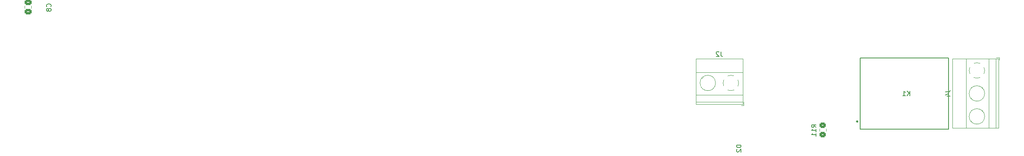
<source format=gbr>
%TF.GenerationSoftware,KiCad,Pcbnew,8.0.2*%
%TF.CreationDate,2024-05-29T12:03:12+02:00*%
%TF.ProjectId,IOT_ESP32,494f545f-4553-4503-9332-2e6b69636164,rev?*%
%TF.SameCoordinates,Original*%
%TF.FileFunction,Legend,Bot*%
%TF.FilePolarity,Positive*%
%FSLAX46Y46*%
G04 Gerber Fmt 4.6, Leading zero omitted, Abs format (unit mm)*
G04 Created by KiCad (PCBNEW 8.0.2) date 2024-05-29 12:03:12*
%MOMM*%
%LPD*%
G01*
G04 APERTURE LIST*
G04 Aperture macros list*
%AMRoundRect*
0 Rectangle with rounded corners*
0 $1 Rounding radius*
0 $2 $3 $4 $5 $6 $7 $8 $9 X,Y pos of 4 corners*
0 Add a 4 corners polygon primitive as box body*
4,1,4,$2,$3,$4,$5,$6,$7,$8,$9,$2,$3,0*
0 Add four circle primitives for the rounded corners*
1,1,$1+$1,$2,$3*
1,1,$1+$1,$4,$5*
1,1,$1+$1,$6,$7*
1,1,$1+$1,$8,$9*
0 Add four rect primitives between the rounded corners*
20,1,$1+$1,$2,$3,$4,$5,0*
20,1,$1+$1,$4,$5,$6,$7,0*
20,1,$1+$1,$6,$7,$8,$9,0*
20,1,$1+$1,$8,$9,$2,$3,0*%
G04 Aperture macros list end*
%ADD10C,0.150000*%
%ADD11C,0.120000*%
%ADD12C,0.127000*%
%ADD13C,0.300000*%
%ADD14C,0.650000*%
%ADD15O,1.000000X2.100000*%
%ADD16O,1.000000X1.600000*%
%ADD17R,2.200000X2.200000*%
%ADD18O,2.200000X2.200000*%
%ADD19RoundRect,0.250000X0.725000X-0.600000X0.725000X0.600000X-0.725000X0.600000X-0.725000X-0.600000X0*%
%ADD20O,1.950000X1.700000*%
%ADD21R,1.700000X1.700000*%
%ADD22O,1.700000X1.700000*%
%ADD23RoundRect,0.250000X0.475000X-0.337500X0.475000X0.337500X-0.475000X0.337500X-0.475000X-0.337500X0*%
%ADD24R,2.600000X2.600000*%
%ADD25C,2.600000*%
%ADD26R,1.980000X1.980000*%
%ADD27C,1.980000*%
%ADD28C,1.935000*%
%ADD29RoundRect,0.250000X-0.450000X0.350000X-0.450000X-0.350000X0.450000X-0.350000X0.450000X0.350000X0*%
G04 APERTURE END LIST*
D10*
X108344819Y-78996905D02*
X107344819Y-78996905D01*
X107344819Y-78996905D02*
X107344819Y-79235000D01*
X107344819Y-79235000D02*
X107392438Y-79377857D01*
X107392438Y-79377857D02*
X107487676Y-79473095D01*
X107487676Y-79473095D02*
X107582914Y-79520714D01*
X107582914Y-79520714D02*
X107773390Y-79568333D01*
X107773390Y-79568333D02*
X107916247Y-79568333D01*
X107916247Y-79568333D02*
X108106723Y-79520714D01*
X108106723Y-79520714D02*
X108201961Y-79473095D01*
X108201961Y-79473095D02*
X108297200Y-79377857D01*
X108297200Y-79377857D02*
X108344819Y-79235000D01*
X108344819Y-79235000D02*
X108344819Y-78996905D01*
X107440057Y-79949286D02*
X107392438Y-79996905D01*
X107392438Y-79996905D02*
X107344819Y-80092143D01*
X107344819Y-80092143D02*
X107344819Y-80330238D01*
X107344819Y-80330238D02*
X107392438Y-80425476D01*
X107392438Y-80425476D02*
X107440057Y-80473095D01*
X107440057Y-80473095D02*
X107535295Y-80520714D01*
X107535295Y-80520714D02*
X107630533Y-80520714D01*
X107630533Y-80520714D02*
X107773390Y-80473095D01*
X107773390Y-80473095D02*
X108344819Y-79901667D01*
X108344819Y-79901667D02*
X108344819Y-80520714D01*
X-41160419Y-48923333D02*
X-41112800Y-48875714D01*
X-41112800Y-48875714D02*
X-41065180Y-48732857D01*
X-41065180Y-48732857D02*
X-41065180Y-48637619D01*
X-41065180Y-48637619D02*
X-41112800Y-48494762D01*
X-41112800Y-48494762D02*
X-41208038Y-48399524D01*
X-41208038Y-48399524D02*
X-41303276Y-48351905D01*
X-41303276Y-48351905D02*
X-41493752Y-48304286D01*
X-41493752Y-48304286D02*
X-41636609Y-48304286D01*
X-41636609Y-48304286D02*
X-41827085Y-48351905D01*
X-41827085Y-48351905D02*
X-41922323Y-48399524D01*
X-41922323Y-48399524D02*
X-42017561Y-48494762D01*
X-42017561Y-48494762D02*
X-42065180Y-48637619D01*
X-42065180Y-48637619D02*
X-42065180Y-48732857D01*
X-42065180Y-48732857D02*
X-42017561Y-48875714D01*
X-42017561Y-48875714D02*
X-41969942Y-48923333D01*
X-41636609Y-49494762D02*
X-41684228Y-49399524D01*
X-41684228Y-49399524D02*
X-41731847Y-49351905D01*
X-41731847Y-49351905D02*
X-41827085Y-49304286D01*
X-41827085Y-49304286D02*
X-41874704Y-49304286D01*
X-41874704Y-49304286D02*
X-41969942Y-49351905D01*
X-41969942Y-49351905D02*
X-42017561Y-49399524D01*
X-42017561Y-49399524D02*
X-42065180Y-49494762D01*
X-42065180Y-49494762D02*
X-42065180Y-49685238D01*
X-42065180Y-49685238D02*
X-42017561Y-49780476D01*
X-42017561Y-49780476D02*
X-41969942Y-49828095D01*
X-41969942Y-49828095D02*
X-41874704Y-49875714D01*
X-41874704Y-49875714D02*
X-41827085Y-49875714D01*
X-41827085Y-49875714D02*
X-41731847Y-49828095D01*
X-41731847Y-49828095D02*
X-41684228Y-49780476D01*
X-41684228Y-49780476D02*
X-41636609Y-49685238D01*
X-41636609Y-49685238D02*
X-41636609Y-49494762D01*
X-41636609Y-49494762D02*
X-41588990Y-49399524D01*
X-41588990Y-49399524D02*
X-41541371Y-49351905D01*
X-41541371Y-49351905D02*
X-41446133Y-49304286D01*
X-41446133Y-49304286D02*
X-41255657Y-49304286D01*
X-41255657Y-49304286D02*
X-41160419Y-49351905D01*
X-41160419Y-49351905D02*
X-41112800Y-49399524D01*
X-41112800Y-49399524D02*
X-41065180Y-49494762D01*
X-41065180Y-49494762D02*
X-41065180Y-49685238D01*
X-41065180Y-49685238D02*
X-41112800Y-49780476D01*
X-41112800Y-49780476D02*
X-41160419Y-49828095D01*
X-41160419Y-49828095D02*
X-41255657Y-49875714D01*
X-41255657Y-49875714D02*
X-41446133Y-49875714D01*
X-41446133Y-49875714D02*
X-41541371Y-49828095D01*
X-41541371Y-49828095D02*
X-41588990Y-49780476D01*
X-41588990Y-49780476D02*
X-41636609Y-49685238D01*
X103973333Y-58704819D02*
X103973333Y-59419104D01*
X103973333Y-59419104D02*
X104020952Y-59561961D01*
X104020952Y-59561961D02*
X104116190Y-59657200D01*
X104116190Y-59657200D02*
X104259047Y-59704819D01*
X104259047Y-59704819D02*
X104354285Y-59704819D01*
X103544761Y-58800057D02*
X103497142Y-58752438D01*
X103497142Y-58752438D02*
X103401904Y-58704819D01*
X103401904Y-58704819D02*
X103163809Y-58704819D01*
X103163809Y-58704819D02*
X103068571Y-58752438D01*
X103068571Y-58752438D02*
X103020952Y-58800057D01*
X103020952Y-58800057D02*
X102973333Y-58895295D01*
X102973333Y-58895295D02*
X102973333Y-58990533D01*
X102973333Y-58990533D02*
X103020952Y-59133390D01*
X103020952Y-59133390D02*
X103592380Y-59704819D01*
X103592380Y-59704819D02*
X102973333Y-59704819D01*
X144885664Y-68264863D02*
X144885664Y-67264769D01*
X144314182Y-68264863D02*
X144742793Y-67693381D01*
X144314182Y-67264769D02*
X144885664Y-67836251D01*
X143361711Y-68264863D02*
X143933193Y-68264863D01*
X143647452Y-68264863D02*
X143647452Y-67264769D01*
X143647452Y-67264769D02*
X143742699Y-67407640D01*
X143742699Y-67407640D02*
X143837946Y-67502887D01*
X143837946Y-67502887D02*
X143933193Y-67550510D01*
X152614819Y-67456666D02*
X153329104Y-67456666D01*
X153329104Y-67456666D02*
X153471961Y-67409047D01*
X153471961Y-67409047D02*
X153567200Y-67313809D01*
X153567200Y-67313809D02*
X153614819Y-67170952D01*
X153614819Y-67170952D02*
X153614819Y-67075714D01*
X152948152Y-68361428D02*
X153614819Y-68361428D01*
X152567200Y-68123333D02*
X153281485Y-67885238D01*
X153281485Y-67885238D02*
X153281485Y-68504285D01*
X124604819Y-75167142D02*
X124128628Y-74833809D01*
X124604819Y-74595714D02*
X123604819Y-74595714D01*
X123604819Y-74595714D02*
X123604819Y-74976666D01*
X123604819Y-74976666D02*
X123652438Y-75071904D01*
X123652438Y-75071904D02*
X123700057Y-75119523D01*
X123700057Y-75119523D02*
X123795295Y-75167142D01*
X123795295Y-75167142D02*
X123938152Y-75167142D01*
X123938152Y-75167142D02*
X124033390Y-75119523D01*
X124033390Y-75119523D02*
X124081009Y-75071904D01*
X124081009Y-75071904D02*
X124128628Y-74976666D01*
X124128628Y-74976666D02*
X124128628Y-74595714D01*
X124604819Y-76119523D02*
X124604819Y-75548095D01*
X124604819Y-75833809D02*
X123604819Y-75833809D01*
X123604819Y-75833809D02*
X123747676Y-75738571D01*
X123747676Y-75738571D02*
X123842914Y-75643333D01*
X123842914Y-75643333D02*
X123890533Y-75548095D01*
X124604819Y-77071904D02*
X124604819Y-76500476D01*
X124604819Y-76786190D02*
X123604819Y-76786190D01*
X123604819Y-76786190D02*
X123747676Y-76690952D01*
X123747676Y-76690952D02*
X123842914Y-76595714D01*
X123842914Y-76595714D02*
X123890533Y-76500476D01*
D11*
%TO.C,C8*%
X-46785000Y-48726248D02*
X-46785000Y-49248752D01*
X-45315000Y-48726248D02*
X-45315000Y-49248752D01*
%TO.C,J2*%
X98580000Y-60249000D02*
X108700000Y-60249000D01*
X98580000Y-63209000D02*
X108700000Y-63209000D01*
X98580000Y-68110000D02*
X108700000Y-68110000D01*
X98580000Y-69610000D02*
X108700000Y-69610000D01*
X98580000Y-70170000D02*
X98580000Y-60249000D01*
X98580000Y-70170000D02*
X108700000Y-70170000D01*
X99912000Y-64487000D02*
X99865000Y-64441000D01*
X100105000Y-64271000D02*
X100070000Y-64235000D01*
X102209000Y-66784000D02*
X102174000Y-66749000D01*
X102414000Y-66579000D02*
X102367000Y-66533000D01*
X108440000Y-70410000D02*
X108940000Y-70410000D01*
X108700000Y-70170000D02*
X108700000Y-60249000D01*
X108940000Y-70410000D02*
X108940000Y-69670000D01*
X104605000Y-66194000D02*
G75*
G02*
X104604573Y-64826958I1535004J684001D01*
G01*
X105456000Y-63975000D02*
G75*
G02*
X106823042Y-63974573I684001J-1534993D01*
G01*
X106140000Y-67190000D02*
G75*
G02*
X105456682Y-67044756I0J1680000D01*
G01*
X106824000Y-67045000D02*
G75*
G02*
X106111195Y-67190253I-683999J1535001D01*
G01*
X107675000Y-64826000D02*
G75*
G02*
X107675427Y-66193042I-1534993J-684001D01*
G01*
X102820000Y-65510000D02*
G75*
G02*
X99460000Y-65510000I-1680000J0D01*
G01*
X99460000Y-65510000D02*
G75*
G02*
X102820000Y-65510000I1680000J0D01*
G01*
D12*
%TO.C,K1*%
X134137500Y-60030000D02*
X153237500Y-60030000D01*
X134137500Y-75530000D02*
X134137500Y-60030000D01*
X153237500Y-60030000D02*
X153237500Y-75530000D01*
X153237500Y-75530000D02*
X134137500Y-75530000D01*
D13*
X133587500Y-73899000D02*
G75*
G02*
X133387500Y-73899000I-100000J0D01*
G01*
X133387500Y-73899000D02*
G75*
G02*
X133587500Y-73899000I100000J0D01*
G01*
D11*
%TO.C,J4*%
X154159000Y-75350000D02*
X154159000Y-60230000D01*
X157119000Y-75350000D02*
X157119000Y-60230000D01*
X158181000Y-68825000D02*
X158145000Y-68860000D01*
X158181000Y-73825000D02*
X158145000Y-73860000D01*
X158397000Y-69018000D02*
X158351000Y-69065000D01*
X158397000Y-74018000D02*
X158351000Y-74065000D01*
X160489000Y-66516000D02*
X160443000Y-66563000D01*
X160489000Y-71516000D02*
X160443000Y-71563000D01*
X160694000Y-66721000D02*
X160659000Y-66756000D01*
X160694000Y-71721000D02*
X160659000Y-71756000D01*
X162020000Y-75350000D02*
X162020000Y-60230000D01*
X163520000Y-75350000D02*
X163520000Y-60230000D01*
X164080000Y-60230000D02*
X154159000Y-60230000D01*
X164080000Y-75350000D02*
X154159000Y-75350000D01*
X164080000Y-75350000D02*
X164080000Y-60230000D01*
X164320000Y-59990000D02*
X163580000Y-59990000D01*
X164320000Y-60490000D02*
X164320000Y-59990000D01*
X157885000Y-63474000D02*
G75*
G02*
X157884573Y-62106958I1534993J684001D01*
G01*
X158736000Y-61255000D02*
G75*
G02*
X160103042Y-61254573I684001J-1534993D01*
G01*
X160104000Y-64325000D02*
G75*
G02*
X158736958Y-64325427I-684001J1535004D01*
G01*
X160955000Y-62106000D02*
G75*
G02*
X161100253Y-62818805I-1535001J-683999D01*
G01*
X161100000Y-62790000D02*
G75*
G02*
X160954756Y-63473318I-1680000J0D01*
G01*
X161100000Y-67790000D02*
G75*
G02*
X157740000Y-67790000I-1680000J0D01*
G01*
X157740000Y-67790000D02*
G75*
G02*
X161100000Y-67790000I1680000J0D01*
G01*
X161100000Y-72790000D02*
G75*
G02*
X157740000Y-72790000I-1680000J0D01*
G01*
X157740000Y-72790000D02*
G75*
G02*
X161100000Y-72790000I1680000J0D01*
G01*
%TO.C,R11*%
X125305000Y-75957064D02*
X125305000Y-75502936D01*
X126775000Y-75957064D02*
X126775000Y-75502936D01*
%TD*%
%LPC*%
D14*
%TO.C,USB1*%
X106430000Y-113025000D03*
X112210000Y-113025000D03*
D15*
X105000000Y-112495000D03*
D16*
X105000000Y-116675000D03*
D15*
X113640000Y-112495000D03*
D16*
X113640000Y-116675000D03*
%TD*%
D17*
%TO.C,D3*%
X131260000Y-82150000D03*
D18*
X131260000Y-69450000D03*
%TD*%
D19*
%TO.C,J3*%
X118775000Y-92490000D03*
D20*
X118775000Y-89990000D03*
X118775000Y-87490000D03*
X118775000Y-84990000D03*
%TD*%
D21*
%TO.C,J1*%
X131270000Y-94785000D03*
D22*
X131270000Y-92245000D03*
X133810000Y-94785000D03*
X133810000Y-92245000D03*
X136350000Y-94785000D03*
X136350000Y-92245000D03*
X138890000Y-94785000D03*
X138890000Y-92245000D03*
%TD*%
D23*
%TO.C,C8*%
X-46050000Y-50025000D03*
X-46050000Y-47950000D03*
%TD*%
D24*
%TO.C,J2*%
X106140000Y-65510000D03*
D25*
X101140000Y-65510000D03*
%TD*%
D26*
%TO.C,K1*%
X137587500Y-73780000D03*
D27*
X137587500Y-61780000D03*
D28*
X135587500Y-67780000D03*
D27*
X149787500Y-73780000D03*
X149787500Y-61780000D03*
%TD*%
D24*
%TO.C,J4*%
X159420000Y-62790000D03*
D25*
X159420000Y-67790000D03*
X159420000Y-72790000D03*
%TD*%
D29*
%TO.C,R11*%
X126040000Y-74730000D03*
X126040000Y-76730000D03*
%TD*%
%LPD*%
M02*

</source>
